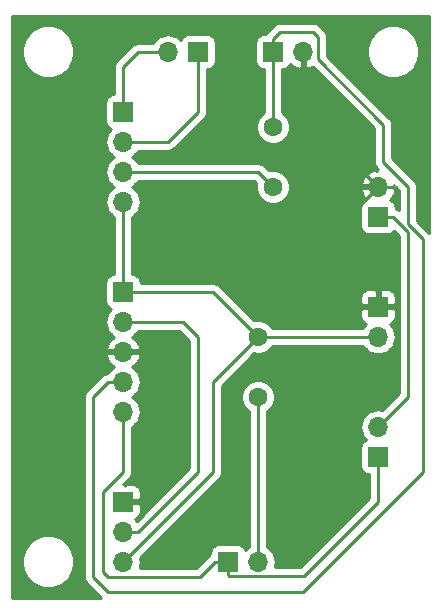
<source format=gbr>
G04 #@! TF.GenerationSoftware,KiCad,Pcbnew,(5.1.0-0)*
G04 #@! TF.CreationDate,2019-03-29T19:36:46-04:00*
G04 #@! TF.ProjectId,K40 Panel Interface,4b343020-5061-46e6-956c-20496e746572,1.0*
G04 #@! TF.SameCoordinates,Original*
G04 #@! TF.FileFunction,Copper,L2,Bot*
G04 #@! TF.FilePolarity,Positive*
%FSLAX46Y46*%
G04 Gerber Fmt 4.6, Leading zero omitted, Abs format (unit mm)*
G04 Created by KiCad (PCBNEW (5.1.0-0)) date 2019-03-29 19:36:46*
%MOMM*%
%LPD*%
G04 APERTURE LIST*
%ADD10O,1.700000X1.700000*%
%ADD11R,1.700000X1.700000*%
%ADD12C,1.600000*%
%ADD13C,0.250000*%
%ADD14C,0.254000*%
G04 APERTURE END LIST*
D10*
X97790000Y-118110000D03*
X97790000Y-115570000D03*
D11*
X97790000Y-113030000D03*
D10*
X97790000Y-105410000D03*
X97790000Y-102870000D03*
X97790000Y-100330000D03*
X97790000Y-97790000D03*
D11*
X97790000Y-95250000D03*
X119380000Y-109220000D03*
D10*
X119380000Y-106680000D03*
X119380000Y-86360000D03*
D11*
X119380000Y-88900000D03*
X106680000Y-118110000D03*
D10*
X109220000Y-118110000D03*
X113030000Y-74930000D03*
D11*
X110490000Y-74930000D03*
D10*
X97790000Y-87630000D03*
X97790000Y-85090000D03*
X97790000Y-82550000D03*
D11*
X97790000Y-80010000D03*
D10*
X101600000Y-74930000D03*
D11*
X104140000Y-74930000D03*
X119380000Y-96520000D03*
D10*
X119380000Y-99060000D03*
D12*
X109220000Y-99060000D03*
X109220000Y-104140000D03*
X110490000Y-81280000D03*
X110490000Y-86360000D03*
D13*
X97790000Y-95250000D02*
X97790000Y-87630000D01*
X109220000Y-99060000D02*
X119380000Y-99060000D01*
X97790000Y-118110000D02*
X105410000Y-110490000D01*
X105410000Y-102870000D02*
X109220000Y-99060000D01*
X105410000Y-110490000D02*
X105410000Y-102870000D01*
X105410000Y-95250000D02*
X109220000Y-99060000D01*
X97790000Y-95250000D02*
X105410000Y-95250000D01*
X102870000Y-97790000D02*
X97790000Y-97790000D01*
X104140000Y-99060000D02*
X102870000Y-97790000D01*
X104140000Y-110490000D02*
X104140000Y-99060000D01*
X99060000Y-115570000D02*
X104140000Y-110490000D01*
X97790000Y-115570000D02*
X99060000Y-115570000D01*
X119380000Y-86360000D02*
X120650000Y-86360000D01*
X119380000Y-86360000D02*
X116840000Y-88900000D01*
X116840000Y-88900000D02*
X116840000Y-95250000D01*
X118110000Y-96520000D02*
X119380000Y-96520000D01*
X116840000Y-95250000D02*
X118110000Y-96520000D01*
X101600000Y-100330000D02*
X97790000Y-100330000D01*
X102870000Y-101600000D02*
X101600000Y-100330000D01*
X102870000Y-110490000D02*
X102870000Y-101600000D01*
X100330000Y-113030000D02*
X102870000Y-110490000D01*
X97790000Y-113030000D02*
X100330000Y-113030000D01*
X107950000Y-83820000D02*
X116840000Y-83820000D01*
X106680000Y-82550000D02*
X107950000Y-83820000D01*
X106680000Y-73660000D02*
X106680000Y-82550000D01*
X105410000Y-72390000D02*
X106680000Y-73660000D01*
X100330000Y-72390000D02*
X105410000Y-72390000D01*
X116840000Y-83820000D02*
X119380000Y-86360000D01*
X93980000Y-78740000D02*
X100330000Y-72390000D01*
X97790000Y-100330000D02*
X96520000Y-100330000D01*
X93980000Y-97790000D02*
X93980000Y-78740000D01*
X96520000Y-100330000D02*
X93980000Y-97790000D01*
X119380000Y-113030000D02*
X119380000Y-109220000D01*
X96069990Y-118929990D02*
X96069990Y-112210010D01*
X97790000Y-110490000D02*
X97790000Y-105410000D01*
X96069990Y-112210010D02*
X97790000Y-110490000D01*
X96069990Y-118929990D02*
X96520000Y-119380000D01*
X105580000Y-118110000D02*
X106680000Y-118110000D01*
X104310000Y-119380000D02*
X105580000Y-118110000D01*
X96520000Y-119380000D02*
X104310000Y-119380000D01*
X106680000Y-119210000D02*
X106680000Y-118110000D01*
X106755001Y-119285001D02*
X106680000Y-119210000D01*
X113124999Y-119285001D02*
X106755001Y-119285001D01*
X119380000Y-113030000D02*
X113124999Y-119285001D01*
X110490000Y-74930000D02*
X110490000Y-81280000D01*
X110490000Y-73830000D02*
X110490000Y-74930000D01*
X111110010Y-73209990D02*
X110490000Y-73830000D01*
X113849990Y-73209990D02*
X111110010Y-73209990D01*
X114300000Y-73660000D02*
X113849990Y-73209990D01*
X119830010Y-84270010D02*
X119830009Y-81093599D01*
X121920000Y-86360000D02*
X119830010Y-84270010D01*
X123190000Y-90803590D02*
X121920000Y-89533590D01*
X123190000Y-110490000D02*
X123190000Y-90803590D01*
X96520000Y-102870000D02*
X95250000Y-104140000D01*
X121920000Y-89533590D02*
X121920000Y-86360000D01*
X95250000Y-104140000D02*
X95250000Y-119380000D01*
X119830009Y-81093599D02*
X114300000Y-75563590D01*
X114300000Y-75563590D02*
X114300000Y-73660000D01*
X97790000Y-102870000D02*
X96520000Y-102870000D01*
X95250000Y-119380000D02*
X96520000Y-120650000D01*
X96520000Y-120650000D02*
X110490000Y-120650000D01*
X110490000Y-120650000D02*
X113030000Y-120650000D01*
X113030000Y-120650000D02*
X123190000Y-110490000D01*
X119380000Y-106680000D02*
X121920000Y-104140000D01*
X121920000Y-104140000D02*
X121920000Y-90170000D01*
X120650000Y-88900000D02*
X119380000Y-88900000D01*
X121920000Y-90170000D02*
X120650000Y-88900000D01*
X109220000Y-118110000D02*
X109220000Y-104140000D01*
X109220000Y-85090000D02*
X110490000Y-86360000D01*
X97790000Y-85090000D02*
X109220000Y-85090000D01*
X97790000Y-82550000D02*
X101600000Y-82550000D01*
X104140000Y-80010000D02*
X104140000Y-74930000D01*
X101600000Y-82550000D02*
X104140000Y-80010000D01*
X101600000Y-74930000D02*
X99060000Y-74930000D01*
X97790000Y-76200000D02*
X97790000Y-80010000D01*
X99060000Y-74930000D02*
X97790000Y-76200000D01*
D14*
G36*
X123698000Y-90236788D02*
G01*
X122680000Y-89218789D01*
X122680000Y-86397322D01*
X122683676Y-86359999D01*
X122680000Y-86322676D01*
X122680000Y-86322667D01*
X122669003Y-86211014D01*
X122625546Y-86067753D01*
X122554974Y-85935724D01*
X122460001Y-85819999D01*
X122431003Y-85796201D01*
X120590010Y-83955209D01*
X120590008Y-81130934D01*
X120593685Y-81093599D01*
X120579012Y-80944613D01*
X120535555Y-80801352D01*
X120464983Y-80669323D01*
X120393808Y-80582596D01*
X120393803Y-80582591D01*
X120370009Y-80553598D01*
X120341016Y-80529804D01*
X115060000Y-75248789D01*
X115060000Y-74709872D01*
X118415000Y-74709872D01*
X118415000Y-75150128D01*
X118500890Y-75581925D01*
X118669369Y-75988669D01*
X118913962Y-76354729D01*
X119225271Y-76666038D01*
X119591331Y-76910631D01*
X119998075Y-77079110D01*
X120429872Y-77165000D01*
X120870128Y-77165000D01*
X121301925Y-77079110D01*
X121708669Y-76910631D01*
X122074729Y-76666038D01*
X122386038Y-76354729D01*
X122630631Y-75988669D01*
X122799110Y-75581925D01*
X122885000Y-75150128D01*
X122885000Y-74709872D01*
X122799110Y-74278075D01*
X122630631Y-73871331D01*
X122386038Y-73505271D01*
X122074729Y-73193962D01*
X121708669Y-72949369D01*
X121301925Y-72780890D01*
X120870128Y-72695000D01*
X120429872Y-72695000D01*
X119998075Y-72780890D01*
X119591331Y-72949369D01*
X119225271Y-73193962D01*
X118913962Y-73505271D01*
X118669369Y-73871331D01*
X118500890Y-74278075D01*
X118415000Y-74709872D01*
X115060000Y-74709872D01*
X115060000Y-73697322D01*
X115063676Y-73659999D01*
X115060000Y-73622676D01*
X115060000Y-73622667D01*
X115049003Y-73511014D01*
X115005546Y-73367753D01*
X114934974Y-73235724D01*
X114840001Y-73119999D01*
X114810997Y-73096196D01*
X114413794Y-72698993D01*
X114389991Y-72669989D01*
X114274266Y-72575016D01*
X114142237Y-72504444D01*
X113998976Y-72460987D01*
X113887323Y-72449990D01*
X113887312Y-72449990D01*
X113849990Y-72446314D01*
X113812668Y-72449990D01*
X111147343Y-72449990D01*
X111110010Y-72446313D01*
X111072677Y-72449990D01*
X110961024Y-72460987D01*
X110817763Y-72504444D01*
X110685734Y-72575016D01*
X110570009Y-72669989D01*
X110546210Y-72698988D01*
X109979002Y-73266197D01*
X109949999Y-73289999D01*
X109894871Y-73357174D01*
X109855026Y-73405724D01*
X109835674Y-73441928D01*
X109640000Y-73441928D01*
X109515518Y-73454188D01*
X109395820Y-73490498D01*
X109285506Y-73549463D01*
X109188815Y-73628815D01*
X109109463Y-73725506D01*
X109050498Y-73835820D01*
X109014188Y-73955518D01*
X109001928Y-74080000D01*
X109001928Y-75780000D01*
X109014188Y-75904482D01*
X109050498Y-76024180D01*
X109109463Y-76134494D01*
X109188815Y-76231185D01*
X109285506Y-76310537D01*
X109395820Y-76369502D01*
X109515518Y-76405812D01*
X109640000Y-76418072D01*
X109730000Y-76418072D01*
X109730001Y-80061956D01*
X109575241Y-80165363D01*
X109375363Y-80365241D01*
X109218320Y-80600273D01*
X109110147Y-80861426D01*
X109055000Y-81138665D01*
X109055000Y-81421335D01*
X109110147Y-81698574D01*
X109218320Y-81959727D01*
X109375363Y-82194759D01*
X109575241Y-82394637D01*
X109810273Y-82551680D01*
X110071426Y-82659853D01*
X110348665Y-82715000D01*
X110631335Y-82715000D01*
X110908574Y-82659853D01*
X111169727Y-82551680D01*
X111404759Y-82394637D01*
X111604637Y-82194759D01*
X111761680Y-81959727D01*
X111869853Y-81698574D01*
X111925000Y-81421335D01*
X111925000Y-81138665D01*
X111869853Y-80861426D01*
X111761680Y-80600273D01*
X111604637Y-80365241D01*
X111404759Y-80165363D01*
X111250000Y-80061957D01*
X111250000Y-76418072D01*
X111340000Y-76418072D01*
X111464482Y-76405812D01*
X111584180Y-76369502D01*
X111694494Y-76310537D01*
X111791185Y-76231185D01*
X111870537Y-76134494D01*
X111929502Y-76024180D01*
X111953966Y-75943534D01*
X112029731Y-76027588D01*
X112263080Y-76201641D01*
X112525901Y-76326825D01*
X112673110Y-76371476D01*
X112903000Y-76250155D01*
X112903000Y-75057000D01*
X112883000Y-75057000D01*
X112883000Y-74803000D01*
X112903000Y-74803000D01*
X112903000Y-74783000D01*
X113157000Y-74783000D01*
X113157000Y-74803000D01*
X113177000Y-74803000D01*
X113177000Y-75057000D01*
X113157000Y-75057000D01*
X113157000Y-76250155D01*
X113386890Y-76371476D01*
X113534099Y-76326825D01*
X113796920Y-76201641D01*
X113834912Y-76173303D01*
X119070009Y-81408401D01*
X119070011Y-84232678D01*
X119066334Y-84270010D01*
X119070011Y-84307342D01*
X119070011Y-84307343D01*
X119071881Y-84326324D01*
X119081008Y-84418995D01*
X119124464Y-84562256D01*
X119195036Y-84694286D01*
X119266211Y-84781012D01*
X119290010Y-84810011D01*
X119319008Y-84833809D01*
X119360199Y-84875000D01*
X119252998Y-84875000D01*
X119252998Y-85039185D01*
X119023109Y-84918519D01*
X118748748Y-85015843D01*
X118498645Y-85164822D01*
X118282412Y-85359731D01*
X118108359Y-85593080D01*
X117983175Y-85855901D01*
X117938524Y-86003110D01*
X118059845Y-86233000D01*
X119253000Y-86233000D01*
X119253000Y-86213000D01*
X119507000Y-86213000D01*
X119507000Y-86233000D01*
X119527000Y-86233000D01*
X119527000Y-86487000D01*
X119507000Y-86487000D01*
X119507000Y-86507000D01*
X119253000Y-86507000D01*
X119253000Y-86487000D01*
X118059845Y-86487000D01*
X117938524Y-86716890D01*
X117983175Y-86864099D01*
X118108359Y-87126920D01*
X118282412Y-87360269D01*
X118366466Y-87436034D01*
X118285820Y-87460498D01*
X118175506Y-87519463D01*
X118078815Y-87598815D01*
X117999463Y-87695506D01*
X117940498Y-87805820D01*
X117904188Y-87925518D01*
X117891928Y-88050000D01*
X117891928Y-89750000D01*
X117904188Y-89874482D01*
X117940498Y-89994180D01*
X117999463Y-90104494D01*
X118078815Y-90201185D01*
X118175506Y-90280537D01*
X118285820Y-90339502D01*
X118405518Y-90375812D01*
X118530000Y-90388072D01*
X120230000Y-90388072D01*
X120354482Y-90375812D01*
X120474180Y-90339502D01*
X120584494Y-90280537D01*
X120681185Y-90201185D01*
X120760537Y-90104494D01*
X120767209Y-90092011D01*
X121160001Y-90484803D01*
X121160000Y-103825197D01*
X119745995Y-105239203D01*
X119671111Y-105216487D01*
X119452950Y-105195000D01*
X119307050Y-105195000D01*
X119088889Y-105216487D01*
X118808966Y-105301401D01*
X118550986Y-105439294D01*
X118324866Y-105624866D01*
X118139294Y-105850986D01*
X118001401Y-106108966D01*
X117916487Y-106388889D01*
X117887815Y-106680000D01*
X117916487Y-106971111D01*
X118001401Y-107251034D01*
X118139294Y-107509014D01*
X118324866Y-107735134D01*
X118354687Y-107759607D01*
X118285820Y-107780498D01*
X118175506Y-107839463D01*
X118078815Y-107918815D01*
X117999463Y-108015506D01*
X117940498Y-108125820D01*
X117904188Y-108245518D01*
X117891928Y-108370000D01*
X117891928Y-110070000D01*
X117904188Y-110194482D01*
X117940498Y-110314180D01*
X117999463Y-110424494D01*
X118078815Y-110521185D01*
X118175506Y-110600537D01*
X118285820Y-110659502D01*
X118405518Y-110695812D01*
X118530000Y-110708072D01*
X118620001Y-110708072D01*
X118620000Y-112715198D01*
X112810198Y-118525001D01*
X110645931Y-118525001D01*
X110683513Y-118401111D01*
X110712185Y-118110000D01*
X110683513Y-117818889D01*
X110598599Y-117538966D01*
X110460706Y-117280986D01*
X110275134Y-117054866D01*
X110049014Y-116869294D01*
X109980000Y-116832405D01*
X109980000Y-105358043D01*
X110134759Y-105254637D01*
X110334637Y-105054759D01*
X110491680Y-104819727D01*
X110599853Y-104558574D01*
X110655000Y-104281335D01*
X110655000Y-103998665D01*
X110599853Y-103721426D01*
X110491680Y-103460273D01*
X110334637Y-103225241D01*
X110134759Y-103025363D01*
X109899727Y-102868320D01*
X109638574Y-102760147D01*
X109361335Y-102705000D01*
X109078665Y-102705000D01*
X108801426Y-102760147D01*
X108540273Y-102868320D01*
X108305241Y-103025363D01*
X108105363Y-103225241D01*
X107948320Y-103460273D01*
X107840147Y-103721426D01*
X107785000Y-103998665D01*
X107785000Y-104281335D01*
X107840147Y-104558574D01*
X107948320Y-104819727D01*
X108105363Y-105054759D01*
X108305241Y-105254637D01*
X108460001Y-105358044D01*
X108460000Y-116832405D01*
X108390986Y-116869294D01*
X108164866Y-117054866D01*
X108140393Y-117084687D01*
X108119502Y-117015820D01*
X108060537Y-116905506D01*
X107981185Y-116808815D01*
X107884494Y-116729463D01*
X107774180Y-116670498D01*
X107654482Y-116634188D01*
X107530000Y-116621928D01*
X105830000Y-116621928D01*
X105705518Y-116634188D01*
X105585820Y-116670498D01*
X105475506Y-116729463D01*
X105378815Y-116808815D01*
X105299463Y-116905506D01*
X105240498Y-117015820D01*
X105204188Y-117135518D01*
X105191928Y-117260000D01*
X105191928Y-117455674D01*
X105155724Y-117475026D01*
X105039999Y-117569999D01*
X105016201Y-117598997D01*
X103995199Y-118620000D01*
X99187114Y-118620000D01*
X99253513Y-118401111D01*
X99282185Y-118110000D01*
X99253513Y-117818889D01*
X99230797Y-117744004D01*
X105921004Y-111053798D01*
X105950001Y-111030001D01*
X106044974Y-110914276D01*
X106115546Y-110782247D01*
X106159003Y-110638986D01*
X106170000Y-110527333D01*
X106170000Y-110527324D01*
X106173676Y-110490001D01*
X106170000Y-110452678D01*
X106170000Y-103184801D01*
X108896114Y-100458688D01*
X109078665Y-100495000D01*
X109361335Y-100495000D01*
X109638574Y-100439853D01*
X109899727Y-100331680D01*
X110134759Y-100174637D01*
X110334637Y-99974759D01*
X110438043Y-99820000D01*
X118102405Y-99820000D01*
X118139294Y-99889014D01*
X118324866Y-100115134D01*
X118550986Y-100300706D01*
X118808966Y-100438599D01*
X119088889Y-100523513D01*
X119307050Y-100545000D01*
X119452950Y-100545000D01*
X119671111Y-100523513D01*
X119951034Y-100438599D01*
X120209014Y-100300706D01*
X120435134Y-100115134D01*
X120620706Y-99889014D01*
X120758599Y-99631034D01*
X120843513Y-99351111D01*
X120872185Y-99060000D01*
X120843513Y-98768889D01*
X120758599Y-98488966D01*
X120620706Y-98230986D01*
X120435134Y-98004866D01*
X120405313Y-97980393D01*
X120474180Y-97959502D01*
X120584494Y-97900537D01*
X120681185Y-97821185D01*
X120760537Y-97724494D01*
X120819502Y-97614180D01*
X120855812Y-97494482D01*
X120868072Y-97370000D01*
X120865000Y-96805750D01*
X120706250Y-96647000D01*
X119507000Y-96647000D01*
X119507000Y-96667000D01*
X119253000Y-96667000D01*
X119253000Y-96647000D01*
X118053750Y-96647000D01*
X117895000Y-96805750D01*
X117891928Y-97370000D01*
X117904188Y-97494482D01*
X117940498Y-97614180D01*
X117999463Y-97724494D01*
X118078815Y-97821185D01*
X118175506Y-97900537D01*
X118285820Y-97959502D01*
X118354687Y-97980393D01*
X118324866Y-98004866D01*
X118139294Y-98230986D01*
X118102405Y-98300000D01*
X110438043Y-98300000D01*
X110334637Y-98145241D01*
X110134759Y-97945363D01*
X109899727Y-97788320D01*
X109638574Y-97680147D01*
X109361335Y-97625000D01*
X109078665Y-97625000D01*
X108896114Y-97661312D01*
X106904802Y-95670000D01*
X117891928Y-95670000D01*
X117895000Y-96234250D01*
X118053750Y-96393000D01*
X119253000Y-96393000D01*
X119253000Y-95193750D01*
X119507000Y-95193750D01*
X119507000Y-96393000D01*
X120706250Y-96393000D01*
X120865000Y-96234250D01*
X120868072Y-95670000D01*
X120855812Y-95545518D01*
X120819502Y-95425820D01*
X120760537Y-95315506D01*
X120681185Y-95218815D01*
X120584494Y-95139463D01*
X120474180Y-95080498D01*
X120354482Y-95044188D01*
X120230000Y-95031928D01*
X119665750Y-95035000D01*
X119507000Y-95193750D01*
X119253000Y-95193750D01*
X119094250Y-95035000D01*
X118530000Y-95031928D01*
X118405518Y-95044188D01*
X118285820Y-95080498D01*
X118175506Y-95139463D01*
X118078815Y-95218815D01*
X117999463Y-95315506D01*
X117940498Y-95425820D01*
X117904188Y-95545518D01*
X117891928Y-95670000D01*
X106904802Y-95670000D01*
X105973804Y-94739003D01*
X105950001Y-94709999D01*
X105834276Y-94615026D01*
X105702247Y-94544454D01*
X105558986Y-94500997D01*
X105447333Y-94490000D01*
X105447322Y-94490000D01*
X105410000Y-94486324D01*
X105372678Y-94490000D01*
X99278072Y-94490000D01*
X99278072Y-94400000D01*
X99265812Y-94275518D01*
X99229502Y-94155820D01*
X99170537Y-94045506D01*
X99091185Y-93948815D01*
X98994494Y-93869463D01*
X98884180Y-93810498D01*
X98764482Y-93774188D01*
X98640000Y-93761928D01*
X98550000Y-93761928D01*
X98550000Y-88907595D01*
X98619014Y-88870706D01*
X98845134Y-88685134D01*
X99030706Y-88459014D01*
X99168599Y-88201034D01*
X99253513Y-87921111D01*
X99282185Y-87630000D01*
X99253513Y-87338889D01*
X99168599Y-87058966D01*
X99030706Y-86800986D01*
X98845134Y-86574866D01*
X98619014Y-86389294D01*
X98564209Y-86360000D01*
X98619014Y-86330706D01*
X98845134Y-86145134D01*
X99030706Y-85919014D01*
X99067595Y-85850000D01*
X108905199Y-85850000D01*
X109091312Y-86036114D01*
X109055000Y-86218665D01*
X109055000Y-86501335D01*
X109110147Y-86778574D01*
X109218320Y-87039727D01*
X109375363Y-87274759D01*
X109575241Y-87474637D01*
X109810273Y-87631680D01*
X110071426Y-87739853D01*
X110348665Y-87795000D01*
X110631335Y-87795000D01*
X110908574Y-87739853D01*
X111169727Y-87631680D01*
X111404759Y-87474637D01*
X111604637Y-87274759D01*
X111761680Y-87039727D01*
X111869853Y-86778574D01*
X111925000Y-86501335D01*
X111925000Y-86218665D01*
X111869853Y-85941426D01*
X111761680Y-85680273D01*
X111604637Y-85445241D01*
X111404759Y-85245363D01*
X111169727Y-85088320D01*
X110908574Y-84980147D01*
X110631335Y-84925000D01*
X110348665Y-84925000D01*
X110166114Y-84961312D01*
X109783804Y-84579003D01*
X109760001Y-84549999D01*
X109644276Y-84455026D01*
X109512247Y-84384454D01*
X109368986Y-84340997D01*
X109257333Y-84330000D01*
X109257322Y-84330000D01*
X109220000Y-84326324D01*
X109182678Y-84330000D01*
X99067595Y-84330000D01*
X99030706Y-84260986D01*
X98845134Y-84034866D01*
X98619014Y-83849294D01*
X98564209Y-83820000D01*
X98619014Y-83790706D01*
X98845134Y-83605134D01*
X99030706Y-83379014D01*
X99067595Y-83310000D01*
X101562678Y-83310000D01*
X101600000Y-83313676D01*
X101637322Y-83310000D01*
X101637333Y-83310000D01*
X101748986Y-83299003D01*
X101892247Y-83255546D01*
X102024276Y-83184974D01*
X102140001Y-83090001D01*
X102163804Y-83060997D01*
X104651009Y-80573794D01*
X104680001Y-80550001D01*
X104703795Y-80521008D01*
X104703799Y-80521004D01*
X104774973Y-80434277D01*
X104774974Y-80434276D01*
X104845546Y-80302247D01*
X104889003Y-80158986D01*
X104900000Y-80047333D01*
X104900000Y-80047324D01*
X104903676Y-80010001D01*
X104900000Y-79972678D01*
X104900000Y-76418072D01*
X104990000Y-76418072D01*
X105114482Y-76405812D01*
X105234180Y-76369502D01*
X105344494Y-76310537D01*
X105441185Y-76231185D01*
X105520537Y-76134494D01*
X105579502Y-76024180D01*
X105615812Y-75904482D01*
X105628072Y-75780000D01*
X105628072Y-74080000D01*
X105615812Y-73955518D01*
X105579502Y-73835820D01*
X105520537Y-73725506D01*
X105441185Y-73628815D01*
X105344494Y-73549463D01*
X105234180Y-73490498D01*
X105114482Y-73454188D01*
X104990000Y-73441928D01*
X103290000Y-73441928D01*
X103165518Y-73454188D01*
X103045820Y-73490498D01*
X102935506Y-73549463D01*
X102838815Y-73628815D01*
X102759463Y-73725506D01*
X102700498Y-73835820D01*
X102679607Y-73904687D01*
X102655134Y-73874866D01*
X102429014Y-73689294D01*
X102171034Y-73551401D01*
X101891111Y-73466487D01*
X101672950Y-73445000D01*
X101527050Y-73445000D01*
X101308889Y-73466487D01*
X101028966Y-73551401D01*
X100770986Y-73689294D01*
X100544866Y-73874866D01*
X100359294Y-74100986D01*
X100322405Y-74170000D01*
X99097322Y-74170000D01*
X99059999Y-74166324D01*
X99022676Y-74170000D01*
X99022667Y-74170000D01*
X98911014Y-74180997D01*
X98767753Y-74224454D01*
X98635724Y-74295026D01*
X98519999Y-74389999D01*
X98496201Y-74418997D01*
X97279003Y-75636196D01*
X97249999Y-75659999D01*
X97206851Y-75712576D01*
X97155026Y-75775724D01*
X97086203Y-75904482D01*
X97084454Y-75907754D01*
X97040997Y-76051015D01*
X97030000Y-76162668D01*
X97030000Y-76162678D01*
X97026324Y-76200000D01*
X97030000Y-76237323D01*
X97030001Y-78521928D01*
X96940000Y-78521928D01*
X96815518Y-78534188D01*
X96695820Y-78570498D01*
X96585506Y-78629463D01*
X96488815Y-78708815D01*
X96409463Y-78805506D01*
X96350498Y-78915820D01*
X96314188Y-79035518D01*
X96301928Y-79160000D01*
X96301928Y-80860000D01*
X96314188Y-80984482D01*
X96350498Y-81104180D01*
X96409463Y-81214494D01*
X96488815Y-81311185D01*
X96585506Y-81390537D01*
X96695820Y-81449502D01*
X96764687Y-81470393D01*
X96734866Y-81494866D01*
X96549294Y-81720986D01*
X96411401Y-81978966D01*
X96326487Y-82258889D01*
X96297815Y-82550000D01*
X96326487Y-82841111D01*
X96411401Y-83121034D01*
X96549294Y-83379014D01*
X96734866Y-83605134D01*
X96960986Y-83790706D01*
X97015791Y-83820000D01*
X96960986Y-83849294D01*
X96734866Y-84034866D01*
X96549294Y-84260986D01*
X96411401Y-84518966D01*
X96326487Y-84798889D01*
X96297815Y-85090000D01*
X96326487Y-85381111D01*
X96411401Y-85661034D01*
X96549294Y-85919014D01*
X96734866Y-86145134D01*
X96960986Y-86330706D01*
X97015791Y-86360000D01*
X96960986Y-86389294D01*
X96734866Y-86574866D01*
X96549294Y-86800986D01*
X96411401Y-87058966D01*
X96326487Y-87338889D01*
X96297815Y-87630000D01*
X96326487Y-87921111D01*
X96411401Y-88201034D01*
X96549294Y-88459014D01*
X96734866Y-88685134D01*
X96960986Y-88870706D01*
X97030001Y-88907595D01*
X97030000Y-93761928D01*
X96940000Y-93761928D01*
X96815518Y-93774188D01*
X96695820Y-93810498D01*
X96585506Y-93869463D01*
X96488815Y-93948815D01*
X96409463Y-94045506D01*
X96350498Y-94155820D01*
X96314188Y-94275518D01*
X96301928Y-94400000D01*
X96301928Y-96100000D01*
X96314188Y-96224482D01*
X96350498Y-96344180D01*
X96409463Y-96454494D01*
X96488815Y-96551185D01*
X96585506Y-96630537D01*
X96695820Y-96689502D01*
X96764687Y-96710393D01*
X96734866Y-96734866D01*
X96549294Y-96960986D01*
X96411401Y-97218966D01*
X96326487Y-97498889D01*
X96297815Y-97790000D01*
X96326487Y-98081111D01*
X96411401Y-98361034D01*
X96549294Y-98619014D01*
X96734866Y-98845134D01*
X96960986Y-99030706D01*
X97025523Y-99065201D01*
X96908645Y-99134822D01*
X96692412Y-99329731D01*
X96518359Y-99563080D01*
X96393175Y-99825901D01*
X96348524Y-99973110D01*
X96469845Y-100203000D01*
X97663000Y-100203000D01*
X97663000Y-100183000D01*
X97917000Y-100183000D01*
X97917000Y-100203000D01*
X99110155Y-100203000D01*
X99231476Y-99973110D01*
X99186825Y-99825901D01*
X99061641Y-99563080D01*
X98887588Y-99329731D01*
X98671355Y-99134822D01*
X98554477Y-99065201D01*
X98619014Y-99030706D01*
X98845134Y-98845134D01*
X99030706Y-98619014D01*
X99067595Y-98550000D01*
X102555199Y-98550000D01*
X103380001Y-99374803D01*
X103380000Y-110175198D01*
X98933121Y-114622078D01*
X98845134Y-114514866D01*
X98815313Y-114490393D01*
X98884180Y-114469502D01*
X98994494Y-114410537D01*
X99091185Y-114331185D01*
X99170537Y-114234494D01*
X99229502Y-114124180D01*
X99265812Y-114004482D01*
X99278072Y-113880000D01*
X99275000Y-113315750D01*
X99116250Y-113157000D01*
X97917000Y-113157000D01*
X97917000Y-113177000D01*
X97663000Y-113177000D01*
X97663000Y-113157000D01*
X97643000Y-113157000D01*
X97643000Y-112903000D01*
X97663000Y-112903000D01*
X97663000Y-112883000D01*
X97917000Y-112883000D01*
X97917000Y-112903000D01*
X99116250Y-112903000D01*
X99275000Y-112744250D01*
X99278072Y-112180000D01*
X99265812Y-112055518D01*
X99229502Y-111935820D01*
X99170537Y-111825506D01*
X99091185Y-111728815D01*
X98994494Y-111649463D01*
X98884180Y-111590498D01*
X98764482Y-111554188D01*
X98640000Y-111541928D01*
X98075750Y-111545000D01*
X97917002Y-111703748D01*
X97917002Y-111545000D01*
X97809802Y-111545000D01*
X98301009Y-111053794D01*
X98330001Y-111030001D01*
X98353795Y-111001008D01*
X98353799Y-111001004D01*
X98424973Y-110914277D01*
X98424974Y-110914276D01*
X98495546Y-110782247D01*
X98539003Y-110638986D01*
X98550000Y-110527333D01*
X98550000Y-110527324D01*
X98553676Y-110490001D01*
X98550000Y-110452678D01*
X98550000Y-106687595D01*
X98619014Y-106650706D01*
X98845134Y-106465134D01*
X99030706Y-106239014D01*
X99168599Y-105981034D01*
X99253513Y-105701111D01*
X99282185Y-105410000D01*
X99253513Y-105118889D01*
X99168599Y-104838966D01*
X99030706Y-104580986D01*
X98845134Y-104354866D01*
X98619014Y-104169294D01*
X98564209Y-104140000D01*
X98619014Y-104110706D01*
X98845134Y-103925134D01*
X99030706Y-103699014D01*
X99168599Y-103441034D01*
X99253513Y-103161111D01*
X99282185Y-102870000D01*
X99253513Y-102578889D01*
X99168599Y-102298966D01*
X99030706Y-102040986D01*
X98845134Y-101814866D01*
X98619014Y-101629294D01*
X98554477Y-101594799D01*
X98671355Y-101525178D01*
X98887588Y-101330269D01*
X99061641Y-101096920D01*
X99186825Y-100834099D01*
X99231476Y-100686890D01*
X99110155Y-100457000D01*
X97917000Y-100457000D01*
X97917000Y-100477000D01*
X97663000Y-100477000D01*
X97663000Y-100457000D01*
X96469845Y-100457000D01*
X96348524Y-100686890D01*
X96393175Y-100834099D01*
X96518359Y-101096920D01*
X96692412Y-101330269D01*
X96908645Y-101525178D01*
X97025523Y-101594799D01*
X96960986Y-101629294D01*
X96734866Y-101814866D01*
X96549294Y-102040986D01*
X96514057Y-102106909D01*
X96482676Y-102110000D01*
X96482667Y-102110000D01*
X96371014Y-102120997D01*
X96227753Y-102164454D01*
X96095724Y-102235026D01*
X95979999Y-102329999D01*
X95956201Y-102358997D01*
X94739003Y-103576196D01*
X94709999Y-103599999D01*
X94654871Y-103667174D01*
X94615026Y-103715724D01*
X94544455Y-103847753D01*
X94544454Y-103847754D01*
X94500997Y-103991015D01*
X94490000Y-104102668D01*
X94490000Y-104102678D01*
X94486324Y-104140000D01*
X94490000Y-104177322D01*
X94490001Y-119342667D01*
X94486324Y-119380000D01*
X94490001Y-119417333D01*
X94500998Y-119528986D01*
X94511912Y-119564964D01*
X94544454Y-119672246D01*
X94615026Y-119804276D01*
X94685379Y-119890000D01*
X94710000Y-119920001D01*
X94738998Y-119943799D01*
X95953198Y-121158000D01*
X88392000Y-121158000D01*
X88392000Y-117889872D01*
X89205000Y-117889872D01*
X89205000Y-118330128D01*
X89290890Y-118761925D01*
X89459369Y-119168669D01*
X89703962Y-119534729D01*
X90015271Y-119846038D01*
X90381331Y-120090631D01*
X90788075Y-120259110D01*
X91219872Y-120345000D01*
X91660128Y-120345000D01*
X92091925Y-120259110D01*
X92498669Y-120090631D01*
X92864729Y-119846038D01*
X93176038Y-119534729D01*
X93420631Y-119168669D01*
X93589110Y-118761925D01*
X93675000Y-118330128D01*
X93675000Y-117889872D01*
X93589110Y-117458075D01*
X93420631Y-117051331D01*
X93176038Y-116685271D01*
X92864729Y-116373962D01*
X92498669Y-116129369D01*
X92091925Y-115960890D01*
X91660128Y-115875000D01*
X91219872Y-115875000D01*
X90788075Y-115960890D01*
X90381331Y-116129369D01*
X90015271Y-116373962D01*
X89703962Y-116685271D01*
X89459369Y-117051331D01*
X89290890Y-117458075D01*
X89205000Y-117889872D01*
X88392000Y-117889872D01*
X88392000Y-74709872D01*
X89205000Y-74709872D01*
X89205000Y-75150128D01*
X89290890Y-75581925D01*
X89459369Y-75988669D01*
X89703962Y-76354729D01*
X90015271Y-76666038D01*
X90381331Y-76910631D01*
X90788075Y-77079110D01*
X91219872Y-77165000D01*
X91660128Y-77165000D01*
X92091925Y-77079110D01*
X92498669Y-76910631D01*
X92864729Y-76666038D01*
X93176038Y-76354729D01*
X93420631Y-75988669D01*
X93589110Y-75581925D01*
X93675000Y-75150128D01*
X93675000Y-74709872D01*
X93589110Y-74278075D01*
X93420631Y-73871331D01*
X93176038Y-73505271D01*
X92864729Y-73193962D01*
X92498669Y-72949369D01*
X92091925Y-72780890D01*
X91660128Y-72695000D01*
X91219872Y-72695000D01*
X90788075Y-72780890D01*
X90381331Y-72949369D01*
X90015271Y-73193962D01*
X89703962Y-73505271D01*
X89459369Y-73871331D01*
X89290890Y-74278075D01*
X89205000Y-74709872D01*
X88392000Y-74709872D01*
X88392000Y-71882000D01*
X123698000Y-71882000D01*
X123698000Y-90236788D01*
X123698000Y-90236788D01*
G37*
X123698000Y-90236788D02*
X122680000Y-89218789D01*
X122680000Y-86397322D01*
X122683676Y-86359999D01*
X122680000Y-86322676D01*
X122680000Y-86322667D01*
X122669003Y-86211014D01*
X122625546Y-86067753D01*
X122554974Y-85935724D01*
X122460001Y-85819999D01*
X122431003Y-85796201D01*
X120590010Y-83955209D01*
X120590008Y-81130934D01*
X120593685Y-81093599D01*
X120579012Y-80944613D01*
X120535555Y-80801352D01*
X120464983Y-80669323D01*
X120393808Y-80582596D01*
X120393803Y-80582591D01*
X120370009Y-80553598D01*
X120341016Y-80529804D01*
X115060000Y-75248789D01*
X115060000Y-74709872D01*
X118415000Y-74709872D01*
X118415000Y-75150128D01*
X118500890Y-75581925D01*
X118669369Y-75988669D01*
X118913962Y-76354729D01*
X119225271Y-76666038D01*
X119591331Y-76910631D01*
X119998075Y-77079110D01*
X120429872Y-77165000D01*
X120870128Y-77165000D01*
X121301925Y-77079110D01*
X121708669Y-76910631D01*
X122074729Y-76666038D01*
X122386038Y-76354729D01*
X122630631Y-75988669D01*
X122799110Y-75581925D01*
X122885000Y-75150128D01*
X122885000Y-74709872D01*
X122799110Y-74278075D01*
X122630631Y-73871331D01*
X122386038Y-73505271D01*
X122074729Y-73193962D01*
X121708669Y-72949369D01*
X121301925Y-72780890D01*
X120870128Y-72695000D01*
X120429872Y-72695000D01*
X119998075Y-72780890D01*
X119591331Y-72949369D01*
X119225271Y-73193962D01*
X118913962Y-73505271D01*
X118669369Y-73871331D01*
X118500890Y-74278075D01*
X118415000Y-74709872D01*
X115060000Y-74709872D01*
X115060000Y-73697322D01*
X115063676Y-73659999D01*
X115060000Y-73622676D01*
X115060000Y-73622667D01*
X115049003Y-73511014D01*
X115005546Y-73367753D01*
X114934974Y-73235724D01*
X114840001Y-73119999D01*
X114810997Y-73096196D01*
X114413794Y-72698993D01*
X114389991Y-72669989D01*
X114274266Y-72575016D01*
X114142237Y-72504444D01*
X113998976Y-72460987D01*
X113887323Y-72449990D01*
X113887312Y-72449990D01*
X113849990Y-72446314D01*
X113812668Y-72449990D01*
X111147343Y-72449990D01*
X111110010Y-72446313D01*
X111072677Y-72449990D01*
X110961024Y-72460987D01*
X110817763Y-72504444D01*
X110685734Y-72575016D01*
X110570009Y-72669989D01*
X110546210Y-72698988D01*
X109979002Y-73266197D01*
X109949999Y-73289999D01*
X109894871Y-73357174D01*
X109855026Y-73405724D01*
X109835674Y-73441928D01*
X109640000Y-73441928D01*
X109515518Y-73454188D01*
X109395820Y-73490498D01*
X109285506Y-73549463D01*
X109188815Y-73628815D01*
X109109463Y-73725506D01*
X109050498Y-73835820D01*
X109014188Y-73955518D01*
X109001928Y-74080000D01*
X109001928Y-75780000D01*
X109014188Y-75904482D01*
X109050498Y-76024180D01*
X109109463Y-76134494D01*
X109188815Y-76231185D01*
X109285506Y-76310537D01*
X109395820Y-76369502D01*
X109515518Y-76405812D01*
X109640000Y-76418072D01*
X109730000Y-76418072D01*
X109730001Y-80061956D01*
X109575241Y-80165363D01*
X109375363Y-80365241D01*
X109218320Y-80600273D01*
X109110147Y-80861426D01*
X109055000Y-81138665D01*
X109055000Y-81421335D01*
X109110147Y-81698574D01*
X109218320Y-81959727D01*
X109375363Y-82194759D01*
X109575241Y-82394637D01*
X109810273Y-82551680D01*
X110071426Y-82659853D01*
X110348665Y-82715000D01*
X110631335Y-82715000D01*
X110908574Y-82659853D01*
X111169727Y-82551680D01*
X111404759Y-82394637D01*
X111604637Y-82194759D01*
X111761680Y-81959727D01*
X111869853Y-81698574D01*
X111925000Y-81421335D01*
X111925000Y-81138665D01*
X111869853Y-80861426D01*
X111761680Y-80600273D01*
X111604637Y-80365241D01*
X111404759Y-80165363D01*
X111250000Y-80061957D01*
X111250000Y-76418072D01*
X111340000Y-76418072D01*
X111464482Y-76405812D01*
X111584180Y-76369502D01*
X111694494Y-76310537D01*
X111791185Y-76231185D01*
X111870537Y-76134494D01*
X111929502Y-76024180D01*
X111953966Y-75943534D01*
X112029731Y-76027588D01*
X112263080Y-76201641D01*
X112525901Y-76326825D01*
X112673110Y-76371476D01*
X112903000Y-76250155D01*
X112903000Y-75057000D01*
X112883000Y-75057000D01*
X112883000Y-74803000D01*
X112903000Y-74803000D01*
X112903000Y-74783000D01*
X113157000Y-74783000D01*
X113157000Y-74803000D01*
X113177000Y-74803000D01*
X113177000Y-75057000D01*
X113157000Y-75057000D01*
X113157000Y-76250155D01*
X113386890Y-76371476D01*
X113534099Y-76326825D01*
X113796920Y-76201641D01*
X113834912Y-76173303D01*
X119070009Y-81408401D01*
X119070011Y-84232678D01*
X119066334Y-84270010D01*
X119070011Y-84307342D01*
X119070011Y-84307343D01*
X119071881Y-84326324D01*
X119081008Y-84418995D01*
X119124464Y-84562256D01*
X119195036Y-84694286D01*
X119266211Y-84781012D01*
X119290010Y-84810011D01*
X119319008Y-84833809D01*
X119360199Y-84875000D01*
X119252998Y-84875000D01*
X119252998Y-85039185D01*
X119023109Y-84918519D01*
X118748748Y-85015843D01*
X118498645Y-85164822D01*
X118282412Y-85359731D01*
X118108359Y-85593080D01*
X117983175Y-85855901D01*
X117938524Y-86003110D01*
X118059845Y-86233000D01*
X119253000Y-86233000D01*
X119253000Y-86213000D01*
X119507000Y-86213000D01*
X119507000Y-86233000D01*
X119527000Y-86233000D01*
X119527000Y-86487000D01*
X119507000Y-86487000D01*
X119507000Y-86507000D01*
X119253000Y-86507000D01*
X119253000Y-86487000D01*
X118059845Y-86487000D01*
X117938524Y-86716890D01*
X117983175Y-86864099D01*
X118108359Y-87126920D01*
X118282412Y-87360269D01*
X118366466Y-87436034D01*
X118285820Y-87460498D01*
X118175506Y-87519463D01*
X118078815Y-87598815D01*
X117999463Y-87695506D01*
X117940498Y-87805820D01*
X117904188Y-87925518D01*
X117891928Y-88050000D01*
X117891928Y-89750000D01*
X117904188Y-89874482D01*
X117940498Y-89994180D01*
X117999463Y-90104494D01*
X118078815Y-90201185D01*
X118175506Y-90280537D01*
X118285820Y-90339502D01*
X118405518Y-90375812D01*
X118530000Y-90388072D01*
X120230000Y-90388072D01*
X120354482Y-90375812D01*
X120474180Y-90339502D01*
X120584494Y-90280537D01*
X120681185Y-90201185D01*
X120760537Y-90104494D01*
X120767209Y-90092011D01*
X121160001Y-90484803D01*
X121160000Y-103825197D01*
X119745995Y-105239203D01*
X119671111Y-105216487D01*
X119452950Y-105195000D01*
X119307050Y-105195000D01*
X119088889Y-105216487D01*
X118808966Y-105301401D01*
X118550986Y-105439294D01*
X118324866Y-105624866D01*
X118139294Y-105850986D01*
X118001401Y-106108966D01*
X117916487Y-106388889D01*
X117887815Y-106680000D01*
X117916487Y-106971111D01*
X118001401Y-107251034D01*
X118139294Y-107509014D01*
X118324866Y-107735134D01*
X118354687Y-107759607D01*
X118285820Y-107780498D01*
X118175506Y-107839463D01*
X118078815Y-107918815D01*
X117999463Y-108015506D01*
X117940498Y-108125820D01*
X117904188Y-108245518D01*
X117891928Y-108370000D01*
X117891928Y-110070000D01*
X117904188Y-110194482D01*
X117940498Y-110314180D01*
X117999463Y-110424494D01*
X118078815Y-110521185D01*
X118175506Y-110600537D01*
X118285820Y-110659502D01*
X118405518Y-110695812D01*
X118530000Y-110708072D01*
X118620001Y-110708072D01*
X118620000Y-112715198D01*
X112810198Y-118525001D01*
X110645931Y-118525001D01*
X110683513Y-118401111D01*
X110712185Y-118110000D01*
X110683513Y-117818889D01*
X110598599Y-117538966D01*
X110460706Y-117280986D01*
X110275134Y-117054866D01*
X110049014Y-116869294D01*
X109980000Y-116832405D01*
X109980000Y-105358043D01*
X110134759Y-105254637D01*
X110334637Y-105054759D01*
X110491680Y-104819727D01*
X110599853Y-104558574D01*
X110655000Y-104281335D01*
X110655000Y-103998665D01*
X110599853Y-103721426D01*
X110491680Y-103460273D01*
X110334637Y-103225241D01*
X110134759Y-103025363D01*
X109899727Y-102868320D01*
X109638574Y-102760147D01*
X109361335Y-102705000D01*
X109078665Y-102705000D01*
X108801426Y-102760147D01*
X108540273Y-102868320D01*
X108305241Y-103025363D01*
X108105363Y-103225241D01*
X107948320Y-103460273D01*
X107840147Y-103721426D01*
X107785000Y-103998665D01*
X107785000Y-104281335D01*
X107840147Y-104558574D01*
X107948320Y-104819727D01*
X108105363Y-105054759D01*
X108305241Y-105254637D01*
X108460001Y-105358044D01*
X108460000Y-116832405D01*
X108390986Y-116869294D01*
X108164866Y-117054866D01*
X108140393Y-117084687D01*
X108119502Y-117015820D01*
X108060537Y-116905506D01*
X107981185Y-116808815D01*
X107884494Y-116729463D01*
X107774180Y-116670498D01*
X107654482Y-116634188D01*
X107530000Y-116621928D01*
X105830000Y-116621928D01*
X105705518Y-116634188D01*
X105585820Y-116670498D01*
X105475506Y-116729463D01*
X105378815Y-116808815D01*
X105299463Y-116905506D01*
X105240498Y-117015820D01*
X105204188Y-117135518D01*
X105191928Y-117260000D01*
X105191928Y-117455674D01*
X105155724Y-117475026D01*
X105039999Y-117569999D01*
X105016201Y-117598997D01*
X103995199Y-118620000D01*
X99187114Y-118620000D01*
X99253513Y-118401111D01*
X99282185Y-118110000D01*
X99253513Y-117818889D01*
X99230797Y-117744004D01*
X105921004Y-111053798D01*
X105950001Y-111030001D01*
X106044974Y-110914276D01*
X106115546Y-110782247D01*
X106159003Y-110638986D01*
X106170000Y-110527333D01*
X106170000Y-110527324D01*
X106173676Y-110490001D01*
X106170000Y-110452678D01*
X106170000Y-103184801D01*
X108896114Y-100458688D01*
X109078665Y-100495000D01*
X109361335Y-100495000D01*
X109638574Y-100439853D01*
X109899727Y-100331680D01*
X110134759Y-100174637D01*
X110334637Y-99974759D01*
X110438043Y-99820000D01*
X118102405Y-99820000D01*
X118139294Y-99889014D01*
X118324866Y-100115134D01*
X118550986Y-100300706D01*
X118808966Y-100438599D01*
X119088889Y-100523513D01*
X119307050Y-100545000D01*
X119452950Y-100545000D01*
X119671111Y-100523513D01*
X119951034Y-100438599D01*
X120209014Y-100300706D01*
X120435134Y-100115134D01*
X120620706Y-99889014D01*
X120758599Y-99631034D01*
X120843513Y-99351111D01*
X120872185Y-99060000D01*
X120843513Y-98768889D01*
X120758599Y-98488966D01*
X120620706Y-98230986D01*
X120435134Y-98004866D01*
X120405313Y-97980393D01*
X120474180Y-97959502D01*
X120584494Y-97900537D01*
X120681185Y-97821185D01*
X120760537Y-97724494D01*
X120819502Y-97614180D01*
X120855812Y-97494482D01*
X120868072Y-97370000D01*
X120865000Y-96805750D01*
X120706250Y-96647000D01*
X119507000Y-96647000D01*
X119507000Y-96667000D01*
X119253000Y-96667000D01*
X119253000Y-96647000D01*
X118053750Y-96647000D01*
X117895000Y-96805750D01*
X117891928Y-97370000D01*
X117904188Y-97494482D01*
X117940498Y-97614180D01*
X117999463Y-97724494D01*
X118078815Y-97821185D01*
X118175506Y-97900537D01*
X118285820Y-97959502D01*
X118354687Y-97980393D01*
X118324866Y-98004866D01*
X118139294Y-98230986D01*
X118102405Y-98300000D01*
X110438043Y-98300000D01*
X110334637Y-98145241D01*
X110134759Y-97945363D01*
X109899727Y-97788320D01*
X109638574Y-97680147D01*
X109361335Y-97625000D01*
X109078665Y-97625000D01*
X108896114Y-97661312D01*
X106904802Y-95670000D01*
X117891928Y-95670000D01*
X117895000Y-96234250D01*
X118053750Y-96393000D01*
X119253000Y-96393000D01*
X119253000Y-95193750D01*
X119507000Y-95193750D01*
X119507000Y-96393000D01*
X120706250Y-96393000D01*
X120865000Y-96234250D01*
X120868072Y-95670000D01*
X120855812Y-95545518D01*
X120819502Y-95425820D01*
X120760537Y-95315506D01*
X120681185Y-95218815D01*
X120584494Y-95139463D01*
X120474180Y-95080498D01*
X120354482Y-95044188D01*
X120230000Y-95031928D01*
X119665750Y-95035000D01*
X119507000Y-95193750D01*
X119253000Y-95193750D01*
X119094250Y-95035000D01*
X118530000Y-95031928D01*
X118405518Y-95044188D01*
X118285820Y-95080498D01*
X118175506Y-95139463D01*
X118078815Y-95218815D01*
X117999463Y-95315506D01*
X117940498Y-95425820D01*
X117904188Y-95545518D01*
X117891928Y-95670000D01*
X106904802Y-95670000D01*
X105973804Y-94739003D01*
X105950001Y-94709999D01*
X105834276Y-94615026D01*
X105702247Y-94544454D01*
X105558986Y-94500997D01*
X105447333Y-94490000D01*
X105447322Y-94490000D01*
X105410000Y-94486324D01*
X105372678Y-94490000D01*
X99278072Y-94490000D01*
X99278072Y-94400000D01*
X99265812Y-94275518D01*
X99229502Y-94155820D01*
X99170537Y-94045506D01*
X99091185Y-93948815D01*
X98994494Y-93869463D01*
X98884180Y-93810498D01*
X98764482Y-93774188D01*
X98640000Y-93761928D01*
X98550000Y-93761928D01*
X98550000Y-88907595D01*
X98619014Y-88870706D01*
X98845134Y-88685134D01*
X99030706Y-88459014D01*
X99168599Y-88201034D01*
X99253513Y-87921111D01*
X99282185Y-87630000D01*
X99253513Y-87338889D01*
X99168599Y-87058966D01*
X99030706Y-86800986D01*
X98845134Y-86574866D01*
X98619014Y-86389294D01*
X98564209Y-86360000D01*
X98619014Y-86330706D01*
X98845134Y-86145134D01*
X99030706Y-85919014D01*
X99067595Y-85850000D01*
X108905199Y-85850000D01*
X109091312Y-86036114D01*
X109055000Y-86218665D01*
X109055000Y-86501335D01*
X109110147Y-86778574D01*
X109218320Y-87039727D01*
X109375363Y-87274759D01*
X109575241Y-87474637D01*
X109810273Y-87631680D01*
X110071426Y-87739853D01*
X110348665Y-87795000D01*
X110631335Y-87795000D01*
X110908574Y-87739853D01*
X111169727Y-87631680D01*
X111404759Y-87474637D01*
X111604637Y-87274759D01*
X111761680Y-87039727D01*
X111869853Y-86778574D01*
X111925000Y-86501335D01*
X111925000Y-86218665D01*
X111869853Y-85941426D01*
X111761680Y-85680273D01*
X111604637Y-85445241D01*
X111404759Y-85245363D01*
X111169727Y-85088320D01*
X110908574Y-84980147D01*
X110631335Y-84925000D01*
X110348665Y-84925000D01*
X110166114Y-84961312D01*
X109783804Y-84579003D01*
X109760001Y-84549999D01*
X109644276Y-84455026D01*
X109512247Y-84384454D01*
X109368986Y-84340997D01*
X109257333Y-84330000D01*
X109257322Y-84330000D01*
X109220000Y-84326324D01*
X109182678Y-84330000D01*
X99067595Y-84330000D01*
X99030706Y-84260986D01*
X98845134Y-84034866D01*
X98619014Y-83849294D01*
X98564209Y-83820000D01*
X98619014Y-83790706D01*
X98845134Y-83605134D01*
X99030706Y-83379014D01*
X99067595Y-83310000D01*
X101562678Y-83310000D01*
X101600000Y-83313676D01*
X101637322Y-83310000D01*
X101637333Y-83310000D01*
X101748986Y-83299003D01*
X101892247Y-83255546D01*
X102024276Y-83184974D01*
X102140001Y-83090001D01*
X102163804Y-83060997D01*
X104651009Y-80573794D01*
X104680001Y-80550001D01*
X104703795Y-80521008D01*
X104703799Y-80521004D01*
X104774973Y-80434277D01*
X104774974Y-80434276D01*
X104845546Y-80302247D01*
X104889003Y-80158986D01*
X104900000Y-80047333D01*
X104900000Y-80047324D01*
X104903676Y-80010001D01*
X104900000Y-79972678D01*
X104900000Y-76418072D01*
X104990000Y-76418072D01*
X105114482Y-76405812D01*
X105234180Y-76369502D01*
X105344494Y-76310537D01*
X105441185Y-76231185D01*
X105520537Y-76134494D01*
X105579502Y-76024180D01*
X105615812Y-75904482D01*
X105628072Y-75780000D01*
X105628072Y-74080000D01*
X105615812Y-73955518D01*
X105579502Y-73835820D01*
X105520537Y-73725506D01*
X105441185Y-73628815D01*
X105344494Y-73549463D01*
X105234180Y-73490498D01*
X105114482Y-73454188D01*
X104990000Y-73441928D01*
X103290000Y-73441928D01*
X103165518Y-73454188D01*
X103045820Y-73490498D01*
X102935506Y-73549463D01*
X102838815Y-73628815D01*
X102759463Y-73725506D01*
X102700498Y-73835820D01*
X102679607Y-73904687D01*
X102655134Y-73874866D01*
X102429014Y-73689294D01*
X102171034Y-73551401D01*
X101891111Y-73466487D01*
X101672950Y-73445000D01*
X101527050Y-73445000D01*
X101308889Y-73466487D01*
X101028966Y-73551401D01*
X100770986Y-73689294D01*
X100544866Y-73874866D01*
X100359294Y-74100986D01*
X100322405Y-74170000D01*
X99097322Y-74170000D01*
X99059999Y-74166324D01*
X99022676Y-74170000D01*
X99022667Y-74170000D01*
X98911014Y-74180997D01*
X98767753Y-74224454D01*
X98635724Y-74295026D01*
X98519999Y-74389999D01*
X98496201Y-74418997D01*
X97279003Y-75636196D01*
X97249999Y-75659999D01*
X97206851Y-75712576D01*
X97155026Y-75775724D01*
X97086203Y-75904482D01*
X97084454Y-75907754D01*
X97040997Y-76051015D01*
X97030000Y-76162668D01*
X97030000Y-76162678D01*
X97026324Y-76200000D01*
X97030000Y-76237323D01*
X97030001Y-78521928D01*
X96940000Y-78521928D01*
X96815518Y-78534188D01*
X96695820Y-78570498D01*
X96585506Y-78629463D01*
X96488815Y-78708815D01*
X96409463Y-78805506D01*
X96350498Y-78915820D01*
X96314188Y-79035518D01*
X96301928Y-79160000D01*
X96301928Y-80860000D01*
X96314188Y-80984482D01*
X96350498Y-81104180D01*
X96409463Y-81214494D01*
X96488815Y-81311185D01*
X96585506Y-81390537D01*
X96695820Y-81449502D01*
X96764687Y-81470393D01*
X96734866Y-81494866D01*
X96549294Y-81720986D01*
X96411401Y-81978966D01*
X96326487Y-82258889D01*
X96297815Y-82550000D01*
X96326487Y-82841111D01*
X96411401Y-83121034D01*
X96549294Y-83379014D01*
X96734866Y-83605134D01*
X96960986Y-83790706D01*
X97015791Y-83820000D01*
X96960986Y-83849294D01*
X96734866Y-84034866D01*
X96549294Y-84260986D01*
X96411401Y-84518966D01*
X96326487Y-84798889D01*
X96297815Y-85090000D01*
X96326487Y-85381111D01*
X96411401Y-85661034D01*
X96549294Y-85919014D01*
X96734866Y-86145134D01*
X96960986Y-86330706D01*
X97015791Y-86360000D01*
X96960986Y-86389294D01*
X96734866Y-86574866D01*
X96549294Y-86800986D01*
X96411401Y-87058966D01*
X96326487Y-87338889D01*
X96297815Y-87630000D01*
X96326487Y-87921111D01*
X96411401Y-88201034D01*
X96549294Y-88459014D01*
X96734866Y-88685134D01*
X96960986Y-88870706D01*
X97030001Y-88907595D01*
X97030000Y-93761928D01*
X96940000Y-93761928D01*
X96815518Y-93774188D01*
X96695820Y-93810498D01*
X96585506Y-93869463D01*
X96488815Y-93948815D01*
X96409463Y-94045506D01*
X96350498Y-94155820D01*
X96314188Y-94275518D01*
X96301928Y-94400000D01*
X96301928Y-96100000D01*
X96314188Y-96224482D01*
X96350498Y-96344180D01*
X96409463Y-96454494D01*
X96488815Y-96551185D01*
X96585506Y-96630537D01*
X96695820Y-96689502D01*
X96764687Y-96710393D01*
X96734866Y-96734866D01*
X96549294Y-96960986D01*
X96411401Y-97218966D01*
X96326487Y-97498889D01*
X96297815Y-97790000D01*
X96326487Y-98081111D01*
X96411401Y-98361034D01*
X96549294Y-98619014D01*
X96734866Y-98845134D01*
X96960986Y-99030706D01*
X97025523Y-99065201D01*
X96908645Y-99134822D01*
X96692412Y-99329731D01*
X96518359Y-99563080D01*
X96393175Y-99825901D01*
X96348524Y-99973110D01*
X96469845Y-100203000D01*
X97663000Y-100203000D01*
X97663000Y-100183000D01*
X97917000Y-100183000D01*
X97917000Y-100203000D01*
X99110155Y-100203000D01*
X99231476Y-99973110D01*
X99186825Y-99825901D01*
X99061641Y-99563080D01*
X98887588Y-99329731D01*
X98671355Y-99134822D01*
X98554477Y-99065201D01*
X98619014Y-99030706D01*
X98845134Y-98845134D01*
X99030706Y-98619014D01*
X99067595Y-98550000D01*
X102555199Y-98550000D01*
X103380001Y-99374803D01*
X103380000Y-110175198D01*
X98933121Y-114622078D01*
X98845134Y-114514866D01*
X98815313Y-114490393D01*
X98884180Y-114469502D01*
X98994494Y-114410537D01*
X99091185Y-114331185D01*
X99170537Y-114234494D01*
X99229502Y-114124180D01*
X99265812Y-114004482D01*
X99278072Y-113880000D01*
X99275000Y-113315750D01*
X99116250Y-113157000D01*
X97917000Y-113157000D01*
X97917000Y-113177000D01*
X97663000Y-113177000D01*
X97663000Y-113157000D01*
X97643000Y-113157000D01*
X97643000Y-112903000D01*
X97663000Y-112903000D01*
X97663000Y-112883000D01*
X97917000Y-112883000D01*
X97917000Y-112903000D01*
X99116250Y-112903000D01*
X99275000Y-112744250D01*
X99278072Y-112180000D01*
X99265812Y-112055518D01*
X99229502Y-111935820D01*
X99170537Y-111825506D01*
X99091185Y-111728815D01*
X98994494Y-111649463D01*
X98884180Y-111590498D01*
X98764482Y-111554188D01*
X98640000Y-111541928D01*
X98075750Y-111545000D01*
X97917002Y-111703748D01*
X97917002Y-111545000D01*
X97809802Y-111545000D01*
X98301009Y-111053794D01*
X98330001Y-111030001D01*
X98353795Y-111001008D01*
X98353799Y-111001004D01*
X98424973Y-110914277D01*
X98424974Y-110914276D01*
X98495546Y-110782247D01*
X98539003Y-110638986D01*
X98550000Y-110527333D01*
X98550000Y-110527324D01*
X98553676Y-110490001D01*
X98550000Y-110452678D01*
X98550000Y-106687595D01*
X98619014Y-106650706D01*
X98845134Y-106465134D01*
X99030706Y-106239014D01*
X99168599Y-105981034D01*
X99253513Y-105701111D01*
X99282185Y-105410000D01*
X99253513Y-105118889D01*
X99168599Y-104838966D01*
X99030706Y-104580986D01*
X98845134Y-104354866D01*
X98619014Y-104169294D01*
X98564209Y-104140000D01*
X98619014Y-104110706D01*
X98845134Y-103925134D01*
X99030706Y-103699014D01*
X99168599Y-103441034D01*
X99253513Y-103161111D01*
X99282185Y-102870000D01*
X99253513Y-102578889D01*
X99168599Y-102298966D01*
X99030706Y-102040986D01*
X98845134Y-101814866D01*
X98619014Y-101629294D01*
X98554477Y-101594799D01*
X98671355Y-101525178D01*
X98887588Y-101330269D01*
X99061641Y-101096920D01*
X99186825Y-100834099D01*
X99231476Y-100686890D01*
X99110155Y-100457000D01*
X97917000Y-100457000D01*
X97917000Y-100477000D01*
X97663000Y-100477000D01*
X97663000Y-100457000D01*
X96469845Y-100457000D01*
X96348524Y-100686890D01*
X96393175Y-100834099D01*
X96518359Y-101096920D01*
X96692412Y-101330269D01*
X96908645Y-101525178D01*
X97025523Y-101594799D01*
X96960986Y-101629294D01*
X96734866Y-101814866D01*
X96549294Y-102040986D01*
X96514057Y-102106909D01*
X96482676Y-102110000D01*
X96482667Y-102110000D01*
X96371014Y-102120997D01*
X96227753Y-102164454D01*
X96095724Y-102235026D01*
X95979999Y-102329999D01*
X95956201Y-102358997D01*
X94739003Y-103576196D01*
X94709999Y-103599999D01*
X94654871Y-103667174D01*
X94615026Y-103715724D01*
X94544455Y-103847753D01*
X94544454Y-103847754D01*
X94500997Y-103991015D01*
X94490000Y-104102668D01*
X94490000Y-104102678D01*
X94486324Y-104140000D01*
X94490000Y-104177322D01*
X94490001Y-119342667D01*
X94486324Y-119380000D01*
X94490001Y-119417333D01*
X94500998Y-119528986D01*
X94511912Y-119564964D01*
X94544454Y-119672246D01*
X94615026Y-119804276D01*
X94685379Y-119890000D01*
X94710000Y-119920001D01*
X94738998Y-119943799D01*
X95953198Y-121158000D01*
X88392000Y-121158000D01*
X88392000Y-117889872D01*
X89205000Y-117889872D01*
X89205000Y-118330128D01*
X89290890Y-118761925D01*
X89459369Y-119168669D01*
X89703962Y-119534729D01*
X90015271Y-119846038D01*
X90381331Y-120090631D01*
X90788075Y-120259110D01*
X91219872Y-120345000D01*
X91660128Y-120345000D01*
X92091925Y-120259110D01*
X92498669Y-120090631D01*
X92864729Y-119846038D01*
X93176038Y-119534729D01*
X93420631Y-119168669D01*
X93589110Y-118761925D01*
X93675000Y-118330128D01*
X93675000Y-117889872D01*
X93589110Y-117458075D01*
X93420631Y-117051331D01*
X93176038Y-116685271D01*
X92864729Y-116373962D01*
X92498669Y-116129369D01*
X92091925Y-115960890D01*
X91660128Y-115875000D01*
X91219872Y-115875000D01*
X90788075Y-115960890D01*
X90381331Y-116129369D01*
X90015271Y-116373962D01*
X89703962Y-116685271D01*
X89459369Y-117051331D01*
X89290890Y-117458075D01*
X89205000Y-117889872D01*
X88392000Y-117889872D01*
X88392000Y-74709872D01*
X89205000Y-74709872D01*
X89205000Y-75150128D01*
X89290890Y-75581925D01*
X89459369Y-75988669D01*
X89703962Y-76354729D01*
X90015271Y-76666038D01*
X90381331Y-76910631D01*
X90788075Y-77079110D01*
X91219872Y-77165000D01*
X91660128Y-77165000D01*
X92091925Y-77079110D01*
X92498669Y-76910631D01*
X92864729Y-76666038D01*
X93176038Y-76354729D01*
X93420631Y-75988669D01*
X93589110Y-75581925D01*
X93675000Y-75150128D01*
X93675000Y-74709872D01*
X93589110Y-74278075D01*
X93420631Y-73871331D01*
X93176038Y-73505271D01*
X92864729Y-73193962D01*
X92498669Y-72949369D01*
X92091925Y-72780890D01*
X91660128Y-72695000D01*
X91219872Y-72695000D01*
X90788075Y-72780890D01*
X90381331Y-72949369D01*
X90015271Y-73193962D01*
X89703962Y-73505271D01*
X89459369Y-73871331D01*
X89290890Y-74278075D01*
X89205000Y-74709872D01*
X88392000Y-74709872D01*
X88392000Y-71882000D01*
X123698000Y-71882000D01*
X123698000Y-90236788D01*
G36*
X121160001Y-86674803D02*
G01*
X121160000Y-88335378D01*
X121074276Y-88265026D01*
X120942247Y-88194454D01*
X120868072Y-88171954D01*
X120868072Y-88050000D01*
X120855812Y-87925518D01*
X120819502Y-87805820D01*
X120760537Y-87695506D01*
X120681185Y-87598815D01*
X120584494Y-87519463D01*
X120474180Y-87460498D01*
X120393534Y-87436034D01*
X120477588Y-87360269D01*
X120651641Y-87126920D01*
X120776825Y-86864099D01*
X120821476Y-86716890D01*
X120700156Y-86487002D01*
X120865000Y-86487002D01*
X120865000Y-86379801D01*
X121160001Y-86674803D01*
X121160001Y-86674803D01*
G37*
X121160001Y-86674803D02*
X121160000Y-88335378D01*
X121074276Y-88265026D01*
X120942247Y-88194454D01*
X120868072Y-88171954D01*
X120868072Y-88050000D01*
X120855812Y-87925518D01*
X120819502Y-87805820D01*
X120760537Y-87695506D01*
X120681185Y-87598815D01*
X120584494Y-87519463D01*
X120474180Y-87460498D01*
X120393534Y-87436034D01*
X120477588Y-87360269D01*
X120651641Y-87126920D01*
X120776825Y-86864099D01*
X120821476Y-86716890D01*
X120700156Y-86487002D01*
X120865000Y-86487002D01*
X120865000Y-86379801D01*
X121160001Y-86674803D01*
G36*
X120718197Y-86232998D02*
G01*
X120700156Y-86232998D01*
X120706388Y-86221189D01*
X120718197Y-86232998D01*
X120718197Y-86232998D01*
G37*
X120718197Y-86232998D02*
X120700156Y-86232998D01*
X120706388Y-86221189D01*
X120718197Y-86232998D01*
M02*

</source>
